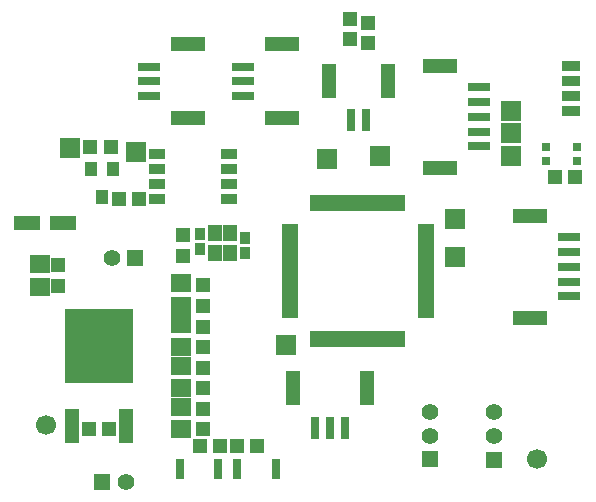
<source format=gbr>
G04 DipTrace 3.2.0.1*
G04 TopMask.gbr*
%MOIN*%
G04 #@! TF.FileFunction,Soldermask,Top*
G04 #@! TF.Part,Single*
%ADD53C,0.066929*%
%ADD55R,0.047244X0.055118*%
%ADD57R,0.062992X0.035433*%
%ADD59R,0.226378X0.25*%
%ADD61R,0.047244X0.116142*%
%ADD63R,0.052874X0.037874*%
%ADD65R,0.019685X0.055118*%
%ADD67R,0.055118X0.019685*%
%ADD69R,0.026772X0.030315*%
%ADD71R,0.074803X0.031496*%
%ADD73R,0.11811X0.047244*%
%ADD75R,0.031496X0.074803*%
%ADD77R,0.047244X0.11811*%
%ADD79C,0.055118*%
%ADD81R,0.055118X0.055118*%
%ADD83R,0.066929X0.059055*%
%ADD85R,0.03937X0.049213*%
%ADD87R,0.086614X0.047244*%
%ADD89R,0.035433X0.043307*%
%ADD91R,0.047244X0.051181*%
%ADD93R,0.051181X0.047244*%
%ADD95R,0.029528X0.066929*%
%ADD97R,0.066929X0.066929*%
%FSLAX26Y26*%
G04*
G70*
G90*
G75*
G01*
G04 TopMask*
%LPD*%
D97*
X1356346Y987493D3*
D95*
X1131201Y574948D3*
X1003248D3*
X1193701D3*
X1321654D3*
D89*
X1068110Y1305610D3*
Y1356791D3*
X1218701Y1343701D3*
Y1292520D3*
D93*
X2251476Y1547441D3*
X2318406D3*
D87*
X493702Y1393701D3*
X611812D3*
D93*
X699950Y706201D3*
X766879D3*
D97*
X637450Y1643701D3*
X856201Y1631201D3*
D85*
X779528Y1573327D3*
X704724D3*
X742126Y1478839D3*
D83*
X1006201Y981201D3*
Y1056004D3*
Y843701D3*
Y918504D3*
Y706201D3*
Y781004D3*
Y1118701D3*
Y1193504D3*
X537451Y1256201D3*
Y1181398D3*
D97*
X1668701Y1618701D3*
X1493701Y1606201D3*
D81*
X1837546Y606283D3*
D79*
Y685024D3*
Y763764D3*
D81*
X743701Y531201D3*
D79*
X822441D3*
D81*
X853937Y1277461D3*
D79*
X775197D3*
D81*
X2050024Y605037D3*
D79*
Y683777D3*
Y762517D3*
D77*
X1695768Y1868504D3*
X1498917D3*
D75*
X1622933Y1736614D3*
X1573720D3*
D73*
X1868701Y1918701D3*
Y1576181D3*
D71*
X2000591Y1796654D3*
Y1747441D3*
Y1845866D3*
Y1698228D3*
Y1649016D3*
D73*
X2168701Y1418701D3*
Y1076181D3*
D71*
X2300591Y1296654D3*
Y1247441D3*
Y1345866D3*
Y1198228D3*
Y1149016D3*
D73*
X1031201Y1743701D3*
Y1989764D3*
D71*
X899311Y1816535D3*
Y1865748D3*
Y1914961D3*
D73*
X1343701Y1743701D3*
Y1989764D3*
D71*
X1211811Y1816535D3*
Y1865748D3*
Y1914961D3*
D77*
X1625068Y843759D3*
X1379005D3*
D75*
X1552234Y711869D3*
X1503021D3*
X1453808D3*
X1552234D3*
D91*
X1014665Y1285236D3*
Y1352165D3*
D93*
X704528Y1648327D3*
X771457D3*
X867028Y1473327D3*
X800098D3*
D91*
X1631201Y1993701D3*
Y2060630D3*
X1568701Y2006201D3*
Y2073130D3*
X1081201Y706201D3*
Y773130D3*
Y843701D3*
Y910630D3*
Y981201D3*
Y1048130D3*
Y1118701D3*
Y1185630D3*
D93*
X1260630Y649948D3*
X1193701D3*
X1068701D3*
X1135630D3*
D91*
X595916Y1252165D3*
Y1185236D3*
D69*
X2326476Y1647441D3*
X2223327D3*
X2326476Y1601772D3*
X2223327D3*
D97*
X1920669Y1281201D3*
X1918701Y1406201D3*
D67*
X1368701Y1381201D3*
Y1361516D3*
Y1341831D3*
Y1322146D3*
Y1302461D3*
Y1282776D3*
Y1263091D3*
Y1243406D3*
Y1223720D3*
Y1204035D3*
Y1184350D3*
Y1164665D3*
Y1144980D3*
Y1125295D3*
Y1105610D3*
Y1085925D3*
D65*
X1447441Y1007185D3*
X1467126D3*
X1486811D3*
X1506496D3*
X1526181D3*
X1545866D3*
X1565551D3*
X1585236D3*
X1604921D3*
X1624606D3*
X1644291D3*
X1663976D3*
X1683661D3*
X1703346D3*
X1723031D3*
X1742717D3*
D67*
X1821457Y1085925D3*
Y1105610D3*
Y1125295D3*
Y1144980D3*
Y1164665D3*
Y1184350D3*
Y1204035D3*
Y1223720D3*
Y1243406D3*
Y1263091D3*
Y1282776D3*
Y1302461D3*
Y1322146D3*
Y1341831D3*
Y1361516D3*
Y1381201D3*
D65*
X1742717Y1459941D3*
X1723031D3*
X1703346D3*
X1683661D3*
X1663976D3*
X1644291D3*
X1624606D3*
X1604921D3*
X1585236D3*
X1565551D3*
X1545866D3*
X1526181D3*
X1506496D3*
X1486811D3*
X1467126D3*
X1447441D3*
D63*
X1167028Y1473327D3*
Y1523327D3*
Y1573327D3*
Y1623327D3*
X926529D3*
Y1573327D3*
Y1523327D3*
Y1473327D3*
D61*
X643701Y718701D3*
X823228D3*
D59*
X733465Y982480D3*
D57*
X2306201Y1768701D3*
Y1818701D3*
Y1868701D3*
Y1918701D3*
D97*
X2106201Y1768701D3*
Y1693701D3*
Y1618701D3*
D55*
X1118701Y1293701D3*
X1169882D3*
X1118701Y1360630D3*
X1169882D3*
D53*
X556430Y718772D3*
X2193759Y606283D3*
M02*

</source>
